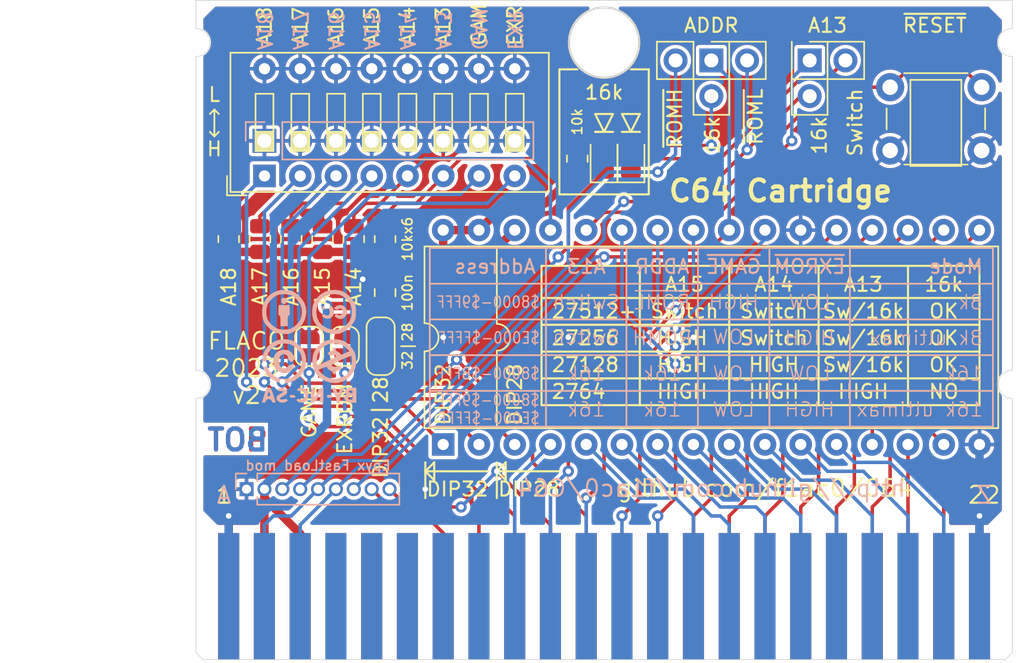
<source format=kicad_pcb>
(kicad_pcb (version 20221018) (generator pcbnew)
  (title_block (title "C64 Cartridge") (date "2023-05-30") (rev "2") (company "FLACO 2023") (comment 1 "Inspired by https://github.com/bwack/Versa64Cart"))
  (layers (0 "F.Cu" signal) (31 "B.Cu" signal) (34 "B.Paste" user) (35 "F.Paste" user) (36 "B.SilkS" user "B.Silkscreen") (37 "F.SilkS" user "F.Silkscreen") (38 "B.Mask" user) (39 "F.Mask" user) (44 "Edge.Cuts" user))
  (net 0 "")
  (net 1 "+5V")
  (net 2 "GND")
  (net 3 "/{slash}ROMH")
  (net 4 "/ADDR_16K")
  (net 5 "/{slash}ROML")
  (net 9 "/{slash}IO1")
  (net 10 "/{slash}GAME")
  (net 11 "/{slash}EXROM")
  (net 12 "/{slash}IO2")
  (net 15 "/D7")
  (net 16 "/D6")
  (net 17 "/D5")
  (net 18 "/D4")
  (net 19 "/D3")
  (net 20 "/D2")
  (net 21 "/D1")
  (net 22 "/D0")
  (net 23 "/{slash}RESET")
  (net 29 "/A12")
  (net 30 "/A11")
  (net 31 "/A10")
  (net 32 "/A9")
  (net 33 "/A8")
  (net 34 "/A7")
  (net 35 "/A6")
  (net 36 "/A5")
  (net 37 "/A4")
  (net 38 "/A3")
  (net 39 "/A2")
  (net 40 "/A1")
  (net 41 "/A0")
  (net 42 "/ROMA14")
  (net 43 "/ROMA15")
  (net 44 "/ROMA13")
  (net 45 "/{slash}OE")
  (net 46 "/ROMA17JP")
  (net 47 "/ROMA17")
  (net 48 "/ROMA18")
  (net 49 "/ROMA16")
  (net 50 "/ROMA13JP")
  (footprint "Resistor_SMD:R_0805_2012Metric" (layer "F.Cu") (at 92.3925 109.22 90)
    (fp_text reference "R1" hide)
    (fp_text value "10k")
  )
  (footprint "Package_DIP:DIP-32_W15.24mm" (layer "F.Cu") (at 96.52 123.825 90)
    (fp_text reference "U1" hide)
    (fp_text value "SST39SF040")
  )
  (footprint "Resistor_SMD:R_0805_2012Metric" (layer "F.Cu") (at 106.045 103.505 90)
    (fp_text reference "R7" hide)
    (fp_text value "10k")
  )
  (footprint "Jumper:SolderJumper-2_P1.3mm_Open_RoundedPad1.0x1.5mm" (layer "F.Cu") (at 89.535 116.84 90)
    (fp_text reference "JP1" hide)
    (fp_text value "/EXROM")
  )
  (footprint "Resistor_SMD:R_0805_2012Metric" (layer "F.Cu") (at 85.725 109.22 90)
    (fp_text reference "R4" hide)
    (fp_text value "10k")
  )
  (footprint "Jumper:SolderJumper-2_P1.3mm_Open_RoundedPad1.0x1.5mm" (layer "F.Cu") (at 86.995 116.84 90)
    (fp_text reference "JP2" hide)
    (fp_text value "/GAME")
  )
  (footprint "Diode_SMD:D_0805_2012Metric" (layer "F.Cu") (at 109.855 103.505 90)
    (fp_text reference "D1" hide)
    (fp_text value "D")
  )
  (footprint "Resistor_SMD:R_0805_2012Metric" (layer "F.Cu") (at 83.5025 109.22 90)
    (fp_text reference "R5" hide)
    (fp_text value "10k")
  )
  (footprint "Capacitor_SMD:C_0805_2012Metric" (layer "F.Cu") (at 92.3925 113.03 90)
    (fp_text reference "C1" hide)
    (fp_text value "100n")
  )
  (footprint "Button_Switch_THT:SW_PUSH_6mm" (layer "F.Cu") (at 128.27 98.425)
    (fp_text reference "SW3" hide)
    (fp_text value "RESET")
  )
  (footprint "Sassa:Jumper_4_SPTT_P2.54mm_Vertical" (layer "F.Cu") (at 115.57 96.52 -90)
    (fp_text reference "JP4" hide)
    (fp_text value "ADDR_SELECT")
  )
  (footprint "Diode_SMD:D_0805_2012Metric" (layer "F.Cu") (at 107.95 103.505 90)
    (fp_text reference "D2" hide)
    (fp_text value "D")
  )
  (footprint "Button_Switch_THT:SW_DIP_SPSTx08_Slide_9.78x22.5mm_W7.62mm_P2.54mm" (layer "F.Cu") (at 83.825 104.7325 90)
    (fp_text reference "SW1" hide)
    (fp_text value "SW_DIP_x08")
  )
  (footprint "Jumper:SolderJumper-3_P1.3mm_Open_RoundedPad1.0x1.5mm" (layer "F.Cu") (at 92.075 116.84 90)
    (fp_text reference "JP3" hide)
    (fp_text value "DIP32/28")
  )
  (footprint "Sassa:Jumper_3_SPDT_P2.54mm_Vertical" (layer "F.Cu") (at 122.555 96.52 -90)
    (fp_text reference "JP5" hide)
    (fp_text value "8/16K")
  )
  (footprint "Resistor_SMD:R_0805_2012Metric" (layer "F.Cu") (at 90.17 109.22 90)
    (fp_text reference "R2" hide)
    (fp_text value "10k")
  )
  (footprint "Resistor_SMD:R_0805_2012Metric" (layer "F.Cu") (at 81.28 109.22 90)
    (fp_text reference "R6" hide)
    (fp_text value "10k")
  )
  (footprint "Sassa:C64_Expansion_2x22_P2.54mm" (layer "F.Cu") (at 107.95 139.12 180)
    (fp_text reference "J1" hide)
    (fp_text value "C64_Expansion_port" hide)
    (fp_line (start -29 0.5) (end -29 11) (stroke (width 0.05)) (layer "Edge.Cuts"))
    (fp_line (start -28.5 0) (end -29 0.5) (stroke (width 0.05)) (layer "Edge.Cuts"))
    (fp_line (start -28.5 0) (end 28.5 0) (stroke (width 0.05)) (layer "Edge.Cuts"))
    (fp_line (start 28.5 0) (end 29 0.5) (stroke (width 0.05)) (layer "Edge.Cuts"))
    (fp_line (start 29 0.5) (end 29 11) (stroke (width 0.05)) (layer "Edge.Cuts"))
  )
  (footprint "Resistor_SMD:R_0805_2012Metric" (layer "F.Cu") (at 87.9475 109.22 90)
    (fp_text reference "R3" hide)
    (fp_text value "10k")
  )
  (footprint "Button_Switch_SMD:SW_SPST_FSMSM" (layer "F.Cu") (at 131.52 100.965 -90)
    (fp_text reference "SW2" hide)
    (fp_text value "RESET")
  )
  (footprint "Connector_PinHeader_2.54mm:PinHeader_1x08_P2.54mm_Vertical" (layer "B.Cu") (at 83.82 102.235 -90)
    (fp_text reference "J2" hide)
    (fp_text value "GND")
  )
  (footprint "Sassa:CC_BY_NC_SA_square_silkscreen" (layer "B.Cu") (at 86.995 116.84 180)
    (fp_text reference "FID1" hide)
    (fp_text value "License" hide)
  )
  (footprint "Connector_PinHeader_1.27mm:PinHeader_1x09_P1.27mm_Vertical" (layer "B.Cu") (at 82.55 127 -90)
    (fp_text reference "J3" hide)
    (fp_text value "Epyx FastLoad mod")
  )
  (gr_line (start 95.5675 109.855) (end 95.5675 122.555) (stroke (width 0.127)) (layer "B.SilkS"))
  (gr_line (start 135.5725 120.015) (end 95.5675 120.015) (stroke (width 0.127)) (layer "B.SilkS"))
  (gr_line (start 135.5725 122.555) (end 95.5675 122.555) (stroke (width 0.127)) (layer "B.SilkS"))
  (gr_line (start 135.5725 112.395) (end 95.5675 112.395) (stroke (width 0.127)) (layer "B.SilkS"))
  (gr_line (start 135.5725 114.935) (end 95.5675 114.935) (stroke (width 0.127)) (layer "B.SilkS"))
  (gr_line (start 135.5725 117.475) (end 95.5675 117.475) (stroke (width 0.127)) (layer "B.SilkS"))
  (gr_line (start 103.8225 109.855) (end 103.8225 122.555) (stroke (width 0.127)) (layer "B.SilkS"))
  (gr_line (start 135.5725 109.855) (end 135.5725 122.555) (stroke (width 0.127)) (layer "B.SilkS"))
  (gr_line (start 109.5375 109.855) (end 109.5375 122.555) (stroke (width 0.127)) (layer "B.SilkS"))
  (gr_line (start 125.4125 109.855) (end 125.4125 122.555) (stroke (width 0.127)) (layer "B.SilkS"))
  (gr_line (start 119.6975 109.855) (end 119.6975 122.555) (stroke (width 0.127)) (layer "B.SilkS"))
  (gr_line (start 135.5725 109.855) (end 95.5675 109.855) (stroke (width 0.127)) (layer "B.SilkS"))
  (gr_line (start 114.6175 109.855) (end 114.6175 122.555) (stroke (width 0.127)) (layer "B.SilkS"))
  (gr_line (start 104.775 106.045) (end 111.125 106.045) (stroke (width 0.15)) (layer "F.SilkS"))
  (gr_line (start 134.62 111.125) (end 134.62 121.031) (stroke (width 0.15)) (layer "F.SilkS"))
  (gr_line (start 103.505 111.125) (end 134.62 111.125) (stroke (width 0.15)) (layer "F.SilkS"))
  (gr_line (start 129.54 111.125) (end 129.54 121.031) (stroke (width 0.15)) (layer "F.SilkS"))
  (gr_line (start 103.505 121.031) (end 134.62 121.031) (stroke (width 0.15)) (layer "F.SilkS"))
  (gr_line (start 107.315 100.33) (end 108.585 100.33) (stroke (width 0.15)) (layer "F.SilkS"))
  (gr_line (start 103.505 119.126) (end 134.62 119.126) (stroke (width 0.15)) (layer "F.SilkS"))
  (gr_line (start 103.505 117.221) (end 134.62 117.221) (stroke (width 0.15)) (layer "F.SilkS"))
  (gr_line (start 80.264 100.0125) (end 80.5815 100.33) (stroke (width 0.127)) (layer "F.SilkS"))
  (gr_line (start 100.33 125.73) (end 100.965 125.095) (stroke (width 0.15)) (layer "F.SilkS"))
  (gr_line (start 104.775 97.155) (end 106.045 97.155) (stroke (width 0.15)) (layer "F.SilkS"))
  (gr_line (start 108.585 101.6) (end 107.315 101.6) (stroke (width 0.15)) (layer "F.SilkS"))
  (gr_line (start 79.9465 100.33) (end 80.264 100.0125) (stroke (width 0.127)) (layer "F.SilkS"))
  (gr_line (start 80.264 101.9175) (end 80.5815 101.6) (stroke (width 0.127)) (layer "F.SilkS"))
  (gr_line (start 108.585 100.33) (end 107.95 101.6) (stroke (width 0.15)) (layer "F.SilkS"))
  (gr_line (start 80.264 100.0125) (end 80.264 101.9175) (stroke (width 0.127)) (layer "F.SilkS"))
  (gr_line (start 116.84 111.125) (end 116.84 121.031) (stroke (width 0.15)) (layer "F.SilkS"))
  (gr_line (start 100.33 109.745) (end 100.33 115.2525) (stroke (width 0.12)) (layer "F.SilkS"))
  (gr_arc (start 100.33 115.2525) (mid 101.2825 116.205) (end 100.33 117.1575) (stroke (width 0.12)) (layer "F.SilkS"))
  (gr_line (start 123.19 111.125) (end 123.19 121.031) (stroke (width 0.15)) (layer "F.SilkS"))
  (gr_line (start 100.965 126.365) (end 100.965 125.095) (stroke (width 0.15)) (layer "F.SilkS"))
  (gr_line (start 100.33 125.095) (end 100.33 127.635) (stroke (width 0.15)) (layer "F.SilkS"))
  (gr_line (start 95.885 126.365) (end 95.885 125.095) (stroke (width 0.15)) (layer "F.SilkS"))
  (gr_line (start 95.25 125.73) (end 95.885 125.095) (stroke (width 0.15)) (layer "F.SilkS"))
  (gr_line (start 107.315 101.6) (end 107.95 101.6) (stroke (width 0.15)) (layer "F.SilkS"))
  (gr_line (start 79.9465 101.6) (end 80.264 101.9175) (stroke (width 0.127)) (layer "F.SilkS"))
  (gr_line (start 109.22 100.33) (end 110.49 100.33) (stroke (width 0.15)) (layer "F.SilkS"))
  (gr_line (start 104.775 106.045) (end 104.775 97.155) (stroke (width 0.15)) (layer "F.SilkS"))
  (gr_line (start 111.125 106.045) (end 111.125 97.155) (stroke (width 0.15)) (layer "F.SilkS"))
  (gr_line (start 109.855 101.6) (end 109.22 100.33) (stroke (width 0.15)) (layer "F.SilkS"))
  (gr_line (start 100.33 125.73) (end 104.775 125.73) (stroke (width 0.15)) (layer "F.SilkS"))
  (gr_line (start 110.49 111.125) (end 110.49 121.031) (stroke (width 0.15)) (layer "F.SilkS"))
  (gr_line (start 95.25 125.73) (end 99.695 125.73) (stroke (width 0.15)) (layer "F.SilkS"))
  (gr_line (start 100.33 117.1575) (end 100.33 122.665) (stroke (width 0.12)) (layer "F.SilkS"))
  (gr_line (start 110.49 100.33) (end 109.855 101.6) (stroke (width 0.15)) (layer "F.SilkS"))
  (gr_line (start 100.33 125.73) (end 100.965 126.365) (stroke (width 0.15)) (layer "F.SilkS"))
  (gr_line (start 107.315 100.33) (end 107.95 101.6) (stroke (width 0.15)) (layer "F.SilkS"))
  (gr_line (start 95.25 125.73) (end 95.885 126.365) (stroke (width 0.15)) (layer "F.SilkS"))
  (gr_line (start 103.505 111.125) (end 103.505 121.031) (stroke (width 0.15)) (layer "F.SilkS"))
  (gr_line (start 109.22 101.6) (end 110.49 101.6) (stroke (width 0.15)) (layer "F.SilkS"))
  (gr_line (start 103.505 115.316) (end 134.62 115.316) (stroke (width 0.15)) (layer "F.SilkS"))
  (gr_line (start 109.855 97.155) (end 111.125 97.155) (stroke (width 0.15)) (layer "F.SilkS"))
  (gr_line (start 95.25 125.095) (end 95.25 127.635) (stroke (width 0.15)) (layer "F.SilkS"))
  (gr_line (start 103.505 113.411) (end 134.62 113.411) (stroke (width 0.15)) (layer "F.SilkS"))
  (gr_line (start 136.95 120.55) (end 136.95 128.12) (stroke (width 0.05)) (layer "Edge.Cuts"))
  (gr_line (start 136.95 96.25) (end 136.95 118.55) (stroke (width 0.05)) (layer "Edge.Cuts"))
  (gr_line (start 78.95 94.25) (end 78.95 92.25) (stroke (width 0.05)) (layer "Edge.Cuts"))
  (gr_line (start 78.95 92.25) (end 136.95 92.25) (stroke (width 0.05)) (layer "Edge.Cuts"))
  (gr_line (start 136.95 92.25) (end 136.95 94.25) (stroke (width 0.05)) (layer "Edge.Cuts"))
  (gr_circle (center 107.95 95.25) (end 105.4735 94.9325) (stroke (width 0.15)) (fill none) (layer "Edge.Cuts"))
  (gr_arc (start 136.95 96.25) (mid 135.95 95.25) (end 136.95 94.25) (stroke (width 0.05)) (layer "Edge.Cuts"))
  (gr_line (start 78.95 118.55) (end 78.95 96.25) (stroke (width 0.05)) (layer "Edge.Cuts"))
  (gr_line (start 78.95 128.12) (end 78.95 120.55) (stroke (width 0.05)) (layer "Edge.Cuts"))
  (gr_arc (start 78.95 118.55) (mid 79.95 119.55) (end 78.95 120.55) (stroke (width 0.05)) (layer "Edge.Cuts"))
  (gr_arc (start 136.95 120.55) (mid 135.95 119.55) (end 136.95 118.55) (stroke (width 0.05)) (layer "Edge.Cuts"))
  (gr_arc (start 78.95 94.25) (mid 79.95 95.25) (end 78.95 96.25) (stroke (width 0.05)) (layer "Edge.Cuts"))
  (gr_text "TOP" (at 81.915 123.5075) (layer "F.Cu") (effects (font (size 1.5 1.5) (thickness 0.3) bold)))
  (gr_text "BOT" (at 81.915 123.5075) (layer "B.Cu") (effects (font (size 1.5 1.5) (thickness 0.3) bold) (justify mirror)))
  (gr_text "16k" (at 112.0775 121.92) (layer "B.SilkS") (effects (font (size 1 1) (thickness 0.1)) (justify bottom mirror)))
  (gr_text "$E000-$FFFF" (at 103.4415 116.713) (layer "B.SilkS") (effects (font (size 0.8 0.7) (thickness 0.1)) (justify left bottom mirror)))
  (gr_text "http://github.com/f1ac0/C64" (at 115.57 127.635) (layer "B.SilkS") (effects (font (size 1.2 1.2)) (justify bottom mirror)))
  (gr_text "8k ultimax" (at 134.9375 116.84) (layer "B.SilkS") (effects (font (size 1 1) (thickness 0.1)) (justify left bottom mirror)))
  (gr_text "A13" (at 96.52 95.885 -90) (layer "B.SilkS") (effects (font (size 1 1)) (justify left mirror)))
  (gr_text "~{EXROM}" (at 122.555 111.76) (layer "B.SilkS") (effects (font (size 1 1)) (justify bottom mirror)))
  (gr_text "8k" (at 134.9375 114.3) (layer "B.SilkS") (effects (font (size 1 1) (thickness 0.1)) (justify left bottom mirror)))
  (gr_text "16k" (at 106.68 119.38) (layer "B.SilkS") (effects (font (size 1 1) (thickness 0.1)) (justify bottom mirror)))
  (gr_text "Mode" (at 134.9375 111.76) (layer "B.SilkS") (effects (font (size 1 1)) (justify left bottom mirror)))
  (gr_text "$8000-$9FFF\n$E000-$FFFF" (at 103.4415 122.428) (layer "B.SilkS") (effects (font (size 0.8 0.7) (thickness 0.1)) (justify left bottom mirror)))
  (gr_text "Address" (at 103.1875 111.76) (layer "B.SilkS") (effects (font (size 1 1)) (justify left bottom mirror)))
  (gr_text "HIGH" (at 122.555 121.92) (layer "B.SilkS") (effects (font (size 1 1) (thickness 0.1)) (justify bottom mirror)))
  (gr_text "16k" (at 106.68 121.92) (layer "B.SilkS") (effects (font (size 1 1) (thickness 0.1)) (justify bottom mirror)))
  (gr_text "A14" (at 93.98 95.885 -90) (layer "B.SilkS") (effects (font (size 1 1)) (justify left mirror)))
  (gr_text "Switch" (at 106.68 114.3) (layer "B.SilkS") (effects (font (size 1 1) (thickness 0.1)) (justify bottom mirror)))
  (gr_text "16k" (at 112.0775 119.38) (layer "B.SilkS") (effects (font (size 1 1) (thickness 0.1)) (justify bottom mirror)))
  (gr_text "LOW" (at 117.1575 119.38) (layer "B.SilkS") (effects (font (size 1 1) (thickness 0.1)) (justify bottom mirror)))
  (gr_text "HIGH" (at 122.555 116.84) (layer "B.SilkS") (effects (font (size 1 1) (thickness 0.1)) (justify bottom mirror)))
  (gr_text "LOW" (at 122.555 114.3) (layer "B.SilkS") (effects (font (size 1 1) (thickness 0.1)) (justify bottom mirror)))
  (gr_text "LOW" (at 117.1575 121.92) (layer "B.SilkS") (effects (font (size 1 1) (thickness 0.1)) (justify bottom mirror)))
  (gr_text "GAM" (at 99.06 95.885 -90) (layer "B.SilkS") (effects (font (size 1 1)) (justify left mirror)))
  (gr_text "~{ROMH}" (at 112.0775 116.84) (layer "B.SilkS") (effects (font (size 1 1) (thickness 0.1)) (justify bottom mirror)))
  (gr_text "Epyx FastLoad mod" (at 87.63 125.73) (layer "B.SilkS") (effects (font (size 0.7 0.7) (thickness 0.12)) (justify bottom mirror)))
  (gr_text "16k ultimax" (at 134.9375 121.92) (layer "B.SilkS") (effects (font (size 1 1) (thickness 0.1)) (justify left bottom mirror)))
  (gr_text "Switch" (at 106.68 116.76625) (layer "B.SilkS") (effects (font (size 1 1) (thickness 0.1)) (justify bottom mirror)))
  (gr_text "A15" (at 91.44 95.885 -90) (layer "B.SilkS") (effects (font (size 1 1)) (justify left mirror)))
  (gr_text "LOW" (at 117.1575 116.76625) (layer "B.SilkS") (effects (font (size 1 1) (thickness 0.1)) (justify bottom mirror)))
  (gr_text "16k" (at 134.9375 119.38) (layer "B.SilkS") (effects (font (size 1 1) (thickness 0.1)) (justify left bottom mirror)))
  (gr_text "LOW" (at 122.555 119.38) (layer "B.SilkS") (effects (font (size 1 1) (thickness 0.1)) (justify bottom mirror)))
  (gr_text "A16" (at 88.9 95.885 -90) (layer "B.SilkS") (effects (font (size 1 1)) (justify left mirror)))
  (gr_text "A17" (at 86.36 95.885 -90) (layer "B.SilkS") (effects (font (size 1 1)) (justify left mirror)))
  (gr_text "~{ROML}" (at 112.0775 114.3) (layer "B.SilkS") (effects (font (size 1 1) (thickness 0.1)) (justify bottom mirror)))
  (gr_text "A18" (at 83.82 95.885 -90) (layer "B.SilkS") (effects (font (size 1 1)) (justify left mirror)))
  (gr_text "HIGH" (at 117.1575 114.3) (layer "B.SilkS") (effects (font (size 1 1) (thickness 0.1)) (justify bottom mirror)))
  (gr_text "$8000-$BFFF" (at 103.4415 119.253) (layer "B.SilkS") (effects (font (size 0.8 0.7) (thickness 0.1)) (justify left bottom mirror)))
  (gr_text "EXR" (at 101.6 95.885 -90) (layer "B.SilkS") (effects (font (size 1 1)) (justify left mirror)))
  (gr_text "ADDR" (at 112.0775 111.76) (layer "B.SilkS") (effects (font (size 1 1)) (justify bottom mirror)))
  (gr_text "~{GAME}" (at 117.1575 111.76) (layer "B.SilkS") (effects (font (size 1 1)) (justify bottom mirror)))
  (gr_text "A13" (at 106.68 111.76) (layer "B.SilkS") (effects (font (size 1 1)) (justify bottom mirror)))
  (gr_text "$8000-$9FFF" (at 103.4415 114.173) (layer "B.SilkS") (effects (font (size 0.8 0.7) (thickness 0.1)) (justify left bottom mirror)))
  (gr_text "A13" (at 126.365 113.03) (layer "F.SilkS") (effects (font (size 1 1)) (justify bottom)))
  (gr_text "A14" (at 90.17 111.125 90) (layer "F.SilkS") (effects (font (size 1 1)) (justify right)))
  (gr_text "Sw/16k" (at 126.365 114.935) (layer "F.SilkS") (effects (font (size 1 1)) (justify bottom)))
  (gr_text "C64 Cartridge" (at 112.395 106.68) (layer "F.SilkS") (effects (font (size 1.5 1.5) (thickness 0.3) bold) (justify left bottom)))
  (gr_text "27128" (at 104.14 118.745) (layer "F.SilkS") (effects (font (size 1 1)) (justify left bottom)))
  (gr_text "A15" (at 91.44 95.5675 90) (layer "F.SilkS") (effects (font (size 1 1)) (justify left)))
  (gr_text "32|28" (at 93.98 116.84 90) (layer "F.SilkS") (effects (font (size 0.7 0.7) (thickness 0.12) bold)))
  (gr_text "H" (at 80.264 102.235) (layer "F.SilkS") (effects (font (size 1 1)) (justify top)))
  (gr_text "EXR" (at 101.6 95.5675 90) (layer "F.SilkS") (effects (font (size 1 1)) (justify left)))
  (gr_text "16k" (at 132.08 113.03) (layer "F.SilkS") (effects (font (size 1 1)) (justify bottom)))
  (gr_text "Switch" (at 120.015 114.935) (layer "F.SilkS") (effects (font (size 1 1)) (justify bottom)))
  (gr_text "Switch" (at 113.665 114.935) (layer "F.SilkS") (effects (font (size 1 1)) (justify bottom)))
  (gr_text "HIGH" (at 113.502856 118.745) (layer "F.SilkS") (effects (font (size 1 1)) (justify bottom)))
  (gr_text "Switch" (at 126.365 98.425 90) (layer "F.SilkS") (effects (font (size 1 1)) (justify right bottom)))
  (gr_text "DIP32" (at 95.25 127) (layer "F.SilkS") (effects (font (size 1 1)) (justify left)))
  (gr_text "DIP28" (at 101.6 122.555 90) (layer "F.SilkS") (effects (font (size 1 1)) (justify left)))
  (gr_text "~{RESET}" (at 131.445 94.615) (layer "F.SilkS") (effects (font (size 1 1)) (justify bottom)))
  (gr_text "HIGH" (at 126.365 120.65) (layer "F.SilkS") (effects (font (size 1 1)) (justify bottom)))
  (gr_text "HIGH" (at 120.015 118.745) (layer "F.SilkS") (effects (font (size 1 1)) (justify bottom)))
  (gr_text "A15" (at 87.9475 111.125 90) (layer "F.SilkS") (effects (font (size 1 1)) (justify right)))
  (gr_text "27512+" (at 104.14 114.935) (layer "F.SilkS") (effects (font (size 1 1)) (justify left bottom)))
  (gr_text "A17" (at 86.36 95.5675 90) (layer "F.SilkS") (effects (font (size 1 1)) (justify left)))
  (gr_text "OK" (at 132.08 118.745) (layer "F.SilkS") (effects (font (size 1 1)) (justify bottom)))
  (gr_text "A13" (at 123.825 94.615) (layer "F.SilkS") (effects (font (size 1 1)) (justify bottom)))
  (gr_text "2764" (at 104.14 120.65) (layer "F.SilkS") (effects (font (size 1 1)) (justify left bottom)))
  (gr_text "A18" (at 83.82 95.5675 90) (layer "F.SilkS") (effects (font (size 1 1)) (justify left)))
  (gr_text "GAM" (at 99.06 95.5675 90) (layer "F.SilkS") (effects (font (size 1 1)) (justify left)))
  (gr_text "Sw/16k" (at 126.365 118.745) (layer "F.SilkS") (effects (font (size 1 1)) (justify bottom)))
  (gr_text "A15" (at 113.665 113.03) (layer "F.SilkS") (effects (font (size 1 1)) (justify bottom)))
  (gr_text "16k" (at 107.95 99.3775) (layer "F.SilkS") (effects (font (size 1 1)) (justify bottom)))
  (gr_text "27256" (at 104.14 116.84) (layer "F.SilkS") (effects (font (size 1 1)) (justify left bottom)))
  (gr_text "HIGH" (at 113.502856 116.84) (layer "F.SilkS") (effects (font (size 1 1)) (justify bottom)))
  (gr_text "~{ROML}" (at 118.11 98.425 90) (layer "F.SilkS") (effects (font (size 1 1)) (justify right top)))
  (gr_text "Switch" (at 120.015 116.84) (layer "F.SilkS") (effects (font (size 1 1)) (justify bottom)))
  (gr_text "Sw/16k" (at 126.365 116.84) (layer "F.SilkS") (effects (font (size 1 1)) (justify bottom)))
  (gr_text "A17" (at 83.5025 111.125 90) (layer "F.SilkS") (effects (font (size 1 1)) (justify right)))
  (gr_text "HIGH" (at 113.502856 120.65) (layer "F.SilkS") (effects (font (size 1 1)) (justify bottom)))
  (gr_text "FLACO\n2023\nv2" (at 82.55 121.031) (layer "F.SilkS") (effects (font (size 1.2 1.2)) (justify bottom)))
  (gr_text "DIP32|28" (at 92.075 118.89 90) (layer "F.SilkS") (effects (font (size 1 1)) (justify right)))
  (gr_text "A14" (at 120.015 113.03) (layer "F.SilkS") (effects (font (size 1 1)) (justify bottom)))
  (gr_text "100n" (at 93.98 113.03 90) (layer "F.SilkS") (effects (font (size 0.7 0.7) (thickness 0.12) bold)))
  (gr_text "A16" (at 88.9 95.5675 90) (layer "F.SilkS") (effects (font (size 1 1)) (justify left)))
  (gr_text "A14" (at 93.98 95.5675 90) (layer "F.SilkS") (effects (font (size 1 1)) (justify left)))
  (gr_text "10k" (at 106.045 101.9175 90) (layer "F.SilkS") (effects (font (size 0.7 0.7) (thickness 0.12) bold) (justify left)))
  (gr_text "NO" (at 132.08 120.65) (layer "F.SilkS") (effects (font (size 1 1)) (justify bottom)))
  (gr_text "GAME" (at 86.995 119.38 90) (layer "F.SilkS") (effects (font (size 1 1)) (justify right)))
  (gr_text "github.com/f1ac0/C64" (at 119.38 127.635) (layer "F.SilkS") (effects (font (size 1.2 1.2)) (justify bottom)))
  (gr_text "~{ROMH}" (at 112.395 98.425 90) (layer "F.SilkS") (effects (font (size 1 1)) (justify right top)))
  (gr_text "A13" (at 96.52 95.5675 90) (layer "F.SilkS") (effects (font (size 1 1)) (justify left)))
  (gr_text "16k" (at 115.062 100.39 90) (layer "F.SilkS") (effects (font (size 1 1)) (justify right top)))
  (gr_text "L" (at 80.264 99.53625) (layer "F.SilkS") (effects (font (size 1 1)) (justify bottom)))
  (gr_text "OK" (at 132.08 114.935) (layer "F.SilkS") (effects (font (size 1 1)) (justify bottom)))
  (gr_text "10kx6" (at 93.98 109.22 90) (layer "F.SilkS") (effects (font (size 0.7 0.7) (thickness 0.12) bold)))
  (gr_text "DIP32" (at 96.52 122.555 90) (layer "F.SilkS") (effects (font (size 1 1)) (justify left)))
  (gr_text "HIGH" (at 120.015 120.65) (layer "F.SilkS") (effects (font (size 1 1)) (justify bottom)))
  (gr_text "OK" (at 132.08 116.84) (layer "F.SilkS") (effects (font (size 1 1)) (justify bottom)))
  (gr_text "DIP28" (at 100.33 127) (layer "F.SilkS") (effects (font (size 1 1)) (justify left)))
  (gr_text "ADDR" (at 115.57 94.615) (layer "F.SilkS") (effects (font (size 1 1)) (justify bottom)))
  (gr_text "A18" (at 81.28 111.125 90) (layer "F.SilkS") (effects (font (size 1 1)) (justify right)))
  (gr_text "A16" (at 85.725 111.125 90) (layer "F.SilkS") (effects (font (size 1 1)) (justify right)))
  (gr_text "16k" (at 123.825 100.39 90) (layer "F.SilkS") (effects (font (size 1 1)) (justify right bottom)))
  (gr_text "EXROM" (at 89.535 119.38 90) (layer "F.SilkS") (effects (font (size 1 1)) (justify right)))
  (segment (start 92.075 114.2975) (end 92.075 115.54) (width 0.6) (layer "F.Cu") (net 1))
  (segment (start 88.265 113.98) (end 92.3925 113.98) (width 0.6) (layer "F.Cu") (net 1))
  (segment (start 96.52 111.125) (end 96.52 108.585) (width 0.6) (layer "F.Cu") (net 1))
  (segment (start 96.52 108.585) (end 99.06 108.585) (width 0.6) (layer "F.Cu") (net 1))
  (segment (start 83.82 128.27) (end 83.82 127) (width 0.6) (layer "F.Cu") (net 1))
  (segment (start 93.665 113.98) (end 96.52 111.125) (width 0.6) (layer "F.Cu") (net 1))
  (segment (start 106.045 104.4175) (end 103.7825 106.68) (width 0.6) (layer "F.Cu") (net 1))
  (segment (start 86.36 130.175) (end 83.82 127.635) (width 0.6) (layer "F.Cu") (net 1))
  (segment (start 81.28 110.1325) (end 96.1625 110.1325) (width 0.6) (layer "F.Cu") (net 1))
  (segment (start 100.965 106.68) (end 99.06 108.585) (width 0.6) (layer "F.Cu") (net 1))
  (segment (start 86.36 134.62) (end 86.36 130.175) (width 0.6) (layer "F.Cu") (net 1))
  (segment (start 96.1625 110.1325) (end 96.52 110.49) (width 0.6) (layer "F.Cu") (net 1))
  (segment (start 83.82 128.27) (end 83.82 134.62) (width 0.6) (layer "F.Cu") (net 1))
  (segment (start 92.3925 113.98) (end 92.075 114.2975) (width 0.6) (layer "F.Cu") (net 1))
  (segment (start 103.7825 106.68) (end 100.965 106.68) (width 0.6) (layer "F.Cu") (net 1))
  (segment (start 92.3925 113.98) (end 93.665 113.98) (width 0.6) (layer "F.Cu") (net 1))
  (via (at 88.265 113.98) (size 0.8) (drill 0.4) (layers "F.Cu" "B.Cu") (net 1))
  (segment (start 88.265 122.301) (end 83.82 126.746) (width 0.6) (layer "B.Cu") (net 1))
  (segment (start 83.82 126.746) (end 83.82 127) (width 0.6) (layer "B.Cu") (net 1))
  (segment (start 88.265 113.98) (end 88.265 122.301) (width 0.6) (layer "B.Cu") (net 1))
  (segment (start 134.62 134.65) (end 134.62 128.905) (width 0.6) (layer "F.Cu") (net 2))
  (segment (start 81.28 134.62) (end 81.28 128.905) (width 0.6) (layer "F.Cu") (net 2))
  (via (at 95.25 127) (size 0.8) (drill 0.4) (layers "F.Cu" "B.Cu") (net 2))
  (via (at 105.41 116.205) (size 0.8) (drill 0.4) (layers "F.Cu" "B.Cu") (net 2))
  (via (at 90.805 112.0775) (size 0.8) (drill 0.4) (layers "F.Cu" "B.Cu") (net 2))
  (via (at 134.62 128.905) (size 0.8) (drill 0.4) (layers "F.Cu" "B.Cu") (net 2))
  (via (at 114.3 116.205) (size 0.8) (drill 0.4) (layers "F.Cu" "B.Cu") (net 2))
  (via (at 96.52 116.205) (size 0.8) (drill 0.4) (layers "F.Cu" "B.Cu") (net 2))
  (via (at 81.28 128.905) (size 0.8) (drill 0.4) (layers "F.Cu" "B.Cu") (net 2))
  (segment (start 134.62 123.825) (end 134.62 128.905) (width 0.6) (layer "B.Cu") (net 2))
  (segment (start 134.62 134.65) (end 134.62 128.905) (width 0.6) (layer "B.Cu") (net 2))
  (segment (start 81.28 134.65) (end 81.28 128.905) (width 0.6) (layer "B.Cu") (net 2))
  (segment (start 111.76 104.4575) (end 109.87 104.4575) (width 0.25) (layer "F.Cu") (net 3))
  (segment (start 109.87 104.4575) (end 109.855 104.4425) (width 0.25) (layer "F.Cu") (net 3))
  (via (at 111.76 104.4575) (size 0.8) (drill 0.4) (layers "F.Cu" "B.Cu") (net 3))
  (segment (start 89.6565 124.9735) (end 85.725 128.905) (width 0.25) (layer "B.Cu") (net 3))
  (segment (start 105.41 107.315) (end 105.41 111.124302) (width 0.25) (layer "B.Cu") (net 3))
  (segment (start 105.41 111.124302) (end 91.560802 124.9735) (width 0.25) (layer "B.Cu") (net 3))
  (segment (start 113.03 103.1875) (end 113.03 96.52) (width 0.25) (layer "B.Cu") (net 3))
  (segment (start 84.455 128.905) (end 83.82 129.54) (width 0.25) (layer "B.Cu") (net 3))
  (segment (start 83.82 129.54) (end 83.82 134.62) (width 0.25) (layer "B.Cu") (net 3))
  (segment (start 91.560802 124.9735) (end 89.6565 124.9735) (width 0.25) (layer "B.Cu") (net 3))
  (segment (start 111.76 104.4575) (end 108.2675 104.4575) (width 0.25) (layer "B.Cu") (net 3))
  (segment (start 108.2675 104.4575) (end 105.41 107.315) (width 0.25) (layer "B.Cu") (net 3))
  (segment (start 85.725 128.905) (end 84.455 128.905) (width 0.25) (layer "B.Cu") (net 3))
  (segment (start 111.76 104.4575) (end 113.03 103.1875) (width 0.25) (layer "B.Cu") (net 3))
  (segment (start 106.045 102.5925) (end 106.07 102.5675) (width 0.25) (layer "F.Cu") (net 4))
  (segment (start 115.57 102.5675) (end 109.855 102.5675) (width 0.25) (layer "F.Cu") (net 4))
  (segment (start 106.07 102.5675) (end 109.855 102.5675) (width 0.25) (layer "F.Cu") (net 4))
  (via (at 115.57 102.5675) (size 0.8) (drill 0.4) (layers "F.Cu" "B.Cu") (net 4))
  (segment (start 115.57 102.5675) (end 115.57 99.06) (width 0.25) (layer "B.Cu") (net 4))
  (segment (start 109.097 105.5895) (end 107.95 104.4425) (width 0.25) (layer "F.Cu") (net 5))
  (segment (start 105.41 106.9825) (end 107.95 104.4425) (width 0.25) (layer "F.Cu") (net 5))
  (segment (start 97.4725 117.7925) (end 102.87 123.19) (width 0.25) (layer "F.Cu") (net 5))
  (segment (start 102.87 125.095) (end 106.68 128.905) (width 0.25) (layer "F.Cu") (net 5))
  (segment (start 118.11 102.87) (end 115.3905 105.5895) (width 0.25) (layer "F.Cu") (net 5))
  (segment (start 106.68 128.905) (end 106.68 134.65) (width 0.25) (layer "F.Cu") (net 5))
  (segment (start 104.6855 110.49) (end 105.41 109.7655) (width 0.25) (layer "F.Cu") (net 5))
  (segment (start 118.11 102.87) (end 121.92 99.06) (width 0.25) (layer "F.Cu") (net 5))
  (segment (start 121.92 99.06) (end 122.555 99.06) (width 0.25) (layer "F.Cu") (net 5))
  (segment (start 102.87 123.19) (end 102.87 125.095) (width 0.25) (layer "F.Cu") (net 5))
  (segment (start 115.3905 105.5895) (end 109.097 105.5895) (width 0.25) (layer "F.Cu") (net 5))
  (segment (start 105.41 109.7655) (end 105.41 106.9825) (width 0.25) (layer "F.Cu") (net 5))
  (via (at 118.11 102.87) (size 0.8) (drill 0.4) (layers "F.Cu" "B.Cu") (net 5))
  (via (at 104.6855 110.49) (size 0.8) (drill 0.4) (layers "F.Cu" "B.Cu") (net 5))
  (via (at 97.4725 117.7925) (size 0.8) (drill 0.4) (layers "F.Cu" "B.Cu") (net 5))
  (segment (start 88.8365 124.5235) (end 86.36 127) (width 0.25) (layer "B.Cu") (net 5))
  (segment (start 97.4725 117.7925) (end 90.7415 124.5235) (width 0.25) (layer "B.Cu") (net 5))
  (segment (start 118.11 102.87) (end 118.11 96.52) (width 0.25) (layer "B.Cu") (net 5))
  (segment (start 90.7415 124.5235) (end 88.8365 124.5235) (width 0.25) (layer "B.Cu") (net 5))
  (segment (start 104.6855 110.5795) (end 104.6855 110.49) (width 0.25) (layer "B.Cu") (net 5))
  (segment (start 97.4725 117.7925) (end 104.6855 110.5795) (width 0.25) (layer "B.Cu") (net 5))
  (segment (start 95.305 128.905) (end 93.345 128.905) (width 0.25) (layer "F.Cu") (net 9))
  (segment (start 96.52 130.12) (end 95.305 128.905) (width 0.25) (layer "F.Cu") (net 9))
  (segment (start 93.345 128.905) (end 91.44 127) (width 0.25) (layer "F.Cu") (net 9))
  (segment (start 96.52 134.62) (end 96.52 130.12) (width 0.25) (layer "F.Cu") (net 9))
  (segment (start 86.995 118.745) (end 86.995 117.49) (width 0.25) (layer "F.Cu") (net 10))
  (segment (start 87.63 122.555) (end 92.202 122.555) (width 0.25) (layer "F.Cu") (net 10))
  (segment (start 97.536 125.73) (end 99.06 127.254) (width 0.25) (layer "F.Cu") (net 10))
  (segment (start 86.995 121.92) (end 87.63 122.555) (width 0.25) (layer "F.Cu") (net 10))
  (segment (start 95.377 125.73) (end 97.536 125.73) (width 0.25) (layer "F.Cu") (net 10))
  (segment (start 92.202 122.555) (end 95.377 125.73) (width 0.25) (layer "F.Cu") (net 10))
  (segment (start 99.06 127.254) (end 99.06 134.65) (width 0.25) (layer "F.Cu") (net 10))
  (via (at 86.995 118.745) (size 0.8) (drill 0.4) (layers "F.Cu" "B.Cu") (net 10))
  (via (at 86.995 121.92) (size 0.8) (drill 0.4) (layers "F.Cu" "B.Cu") (net 10))
  (segment (start 97.7525 106.045) (end 99.065 104.7325) (width 0.25) (layer "B.Cu") (net 10))
  (segment (start 86.995 110.49) (end 91.44 106.045) (width 0.25) (layer "B.Cu") (net 10))
  (segment (start 86.995 121.92) (end 86.995 110.49) (width 0.25) (layer "B.Cu") (net 10))
  (segment (start 91.44 106.045) (end 97.7525 106.045) (width 0.25) (layer "B.Cu") (net 10))
  (segment (start 89.535 121.8305) (end 92.303 121.8305) (width 0.25) (layer "F.Cu") (net 11))
  (segment (start 97.79 125.095) (end 101.6 128.905) (width 0.25) (layer "F.Cu") (net 11))
  (segment (start 95.5675 125.095) (end 97.79 125.095) (width 0.25) (layer "F.Cu") (net 11))
  (segment (start 101.6 128.905) (end 101.6 134.65) (width 0.25) (layer "F.Cu") (net 11))
  (segment (start 89.535 118.745) (end 89.535 117.49) (width 0.25) (layer "F.Cu") (net 11))
  (segment (start 92.303 121.8305) (end 95.5675 125.095) (width 0.25) (layer "F.Cu") (net 11))
  (via (at 89.535 121.8305) (size 0.8) (drill 0.4) (layers "F.Cu" "B.Cu") (net 11))
  (via (at 89.535 118.745) (size 0.8) (drill 0.4) (layers "F.Cu" "B.Cu") (net 11))
  (segment (start 89.535 121.8305) (end 89.535 109.22) (width 0.25) (layer "B.Cu") (net 11))
  (segment (start 89.535 122.555) (end 85.09 127) (width 0.25) (layer "B.Cu") (net 11))
  (segment (start 89.535 121.8305) (end 89.535 122.555) (width 0.25) (layer "B.Cu") (net 11))
  (segment (start 99.6575 106.68) (end 101.605 104.7325) (width 0.25) (layer "B.Cu") (net 11))
  (segment (start 89.535 109.22) (end 92.075 106.68) (width 0.25) (layer "B.Cu") (net 11))
  (segment (start 92.075 106.68) (end 99.6575 106.68) (width 0.25) (layer "B.Cu") (net 11))
  (segment (start 100.33 125.73) (end 104.14 129.54) (width 0.25) (layer "F.Cu") (net 12))
  (segment (start 93.98 128.27) (end 97.79 128.27) (width 0.25) (layer "F.Cu") (net 12))
  (segment (start 104.14 129.54) (end 104.14 134.62) (width 0.25) (layer "F.Cu") (net 12))
  (segment (start 92.71 127) (end 93.98 128.27) (width 0.25) (layer "F.Cu") (net 12))
  (via (at 100.33 125.73) (size 0.8) (drill 0.4) (layers "F.Cu" "B.Cu") (net 12))
  (via (at 97.79 128.27) (size 0.8) (drill 0.4) (layers "F.Cu" "B.Cu") (net 12))
  (segment (start 97.79 128.27) (end 100.33 125.73) (width 0.25) (layer "B.Cu") (net 12))
  (segment (start 114.3 134.65) (end 114.3 128.905) (width 0.25) (layer "F.Cu") (net 15))
  (segment (start 115.57 127.635) (end 115.57 117.475) (width 0.25) (layer "F.Cu") (net 15))
  (segment (start 115.57 117.475) (end 124.46 108.585) (width 0.25) (layer "F.Cu") (net 15))
  (segment (start 114.3 128.905) (end 115.57 127.635) (width 0.25) (layer "F.Cu") (net 15))
  (segment (start 116.84 128.908291) (end 116.84 134.65) (width 0.25) (layer "F.Cu") (net 16))
  (segment (start 118.11 127.638291) (end 116.84 128.908291) (width 0.25) (layer "F.Cu") (net 16))
  (segment (start 127 108.585) (end 118.11 117.475) (width 0.25) (layer "F.Cu") (net 16))
  (segment (start 118.11 125.73) (end 118.11 127.638291) (width 0.25) (layer "F.Cu") (net 16))
  (segment (start 118.11 117.475) (end 118.11 125.73) (width 0.25) (layer "F.Cu") (net 16))
  (segment (start 120.65 117.475) (end 120.65 125.095) (width 0.25) (layer "F.Cu") (net 17))
  (segment (start 120.65 125.095) (end 120.65 127.635) (width 0.25) (layer "F.Cu") (net 17))
  (segment (start 120.65 127.635) (end 119.38 128.905) (width 0.25) (layer "F.Cu") (net 17))
  (segment (start 119.38 128.905) (end 119.38 134.65) (width 0.25) (layer "F.Cu") (net 17))
  (segment (start 129.54 108.585) (end 120.65 117.475) (width 0.25) (layer "F.Cu") (net 17))
  (segment (start 121.92 128.27) (end 123.19 127) (width 0.25) (layer "F.Cu") (net 18))
  (segment (start 123.19 127) (end 123.19 117.475) (width 0.25) (layer "F.Cu") (net 18))
  (segment (start 123.19 117.475) (end 132.08 108.585) (width 0.25) (layer "F.Cu") (net 18))
  (segment (start 121.92 134.65) (end 121.92 128.27) (width 0.25) (layer "F.Cu") (net 18))
  (segment (start 125.73 127) (end 124.46 128.27) (width 0.25) (layer "F.Cu") (net 19))
  (segment (start 124.46 128.27) (end 124.46 134.65) (width 0.25) (layer "F.Cu") (net 19))
  (segment (start 125.73 117.475) (end 125.73 127) (width 0.25) (layer "F.Cu") (net 19))
  (segment (start 134.62 108.585) (end 125.73 117.475) (width 0.25) (layer "F.Cu") (net 19))
  (segment (start 128.27 123.19) (end 128.27 127) (width 0.25) (layer "F.Cu") (net 20))
  (segment (start 128.27 127) (end 127 128.27) (width 0.25) (layer "F.Cu") (net 20))
  (segment (start 132.08 123.825) (end 130.81 122.555) (width 0.25) (layer "F.Cu") (net 20))
  (segment (start 130.81 122.555) (end 128.905 122.555) (width 0.25) (layer "F.Cu") (net 20))
  (segment (start 127 128.27) (end 127 134.65) (width 0.25) (layer "F.Cu") (net 20))
  (segment (start 128.905 122.555) (end 128.27 123.19) (width 0.25) (layer "F.Cu") (net 20))
  (segment (start 129.54 134.65) (end 129.54 123.825) (width 0.25) (layer "F.Cu") (net 21))
  (segment (start 132.08 128.27) (end 133.35 127) (width 0.25) (layer "F.Cu") (net 22))
  (segment (start 132.265499 122.105499) (end 127.588131 122.105499) (width 0.25) (layer "F.Cu") (net 22))
  (segment (start 133.35 127) (end 133.35 123.19) (width 0.25) (layer "F.Cu") (net 22))
  (segment (start 127 122.69363) (end 127 123.825) (width 0.25) (layer "F.Cu") (net 22))
  (segment (start 127.588131 122.105499) (end 127 122.69363) (width 0.25) (layer "F.Cu") (net 22))
  (segment (start 132.08 134.65) (end 132.08 128.27) (width 0.25) (layer "F.Cu") (net 22))
  (segment (start 133.35 123.19) (end 132.265499 122.105499) (width 0.25) (layer "F.Cu") (net 22))
  (segment (start 121.92 100.33) (end 123.19 100.33) (width 0.25) (layer "F.Cu") (net 23))
  (segment (start 132.72 96.375) (end 130.32 96.375) (width 0.25) (layer "F.Cu") (net 23))
  (segment (start 109.347 106.553) (end 115.697 106.553) (width 0.25) (layer "F.Cu") (net 23))
  (segment (start 130.32 96.375) (end 128.27 98.425) (width 0.25) (layer "F.Cu") (net 23))
  (segment (start 125.095 98.425) (end 128.27 98.425) (width 0.25) (layer "F.Cu") (net 23))
  (segment (start 134.77 98.425) (end 132.72 96.375) (width 0.25) (layer "F.Cu") (net 23))
  (segment (start 115.697 106.553) (end 121.92 100.33) (width 0.25) (layer "F.Cu") (net 23))
  (segment (start 123.19 100.33) (end 125.095 98.425) (width 0.25) (layer "F.Cu") (net 23))
  (via (at 109.347 106.553) (size 0.8) (drill 0.4) (layers "F.Cu" "B.Cu") (net 23))
  (segment (start 107.95 109.22) (end 91.694 125.476) (width 0.25) (layer "B.Cu") (net 23))
  (segment (start 109.347 106.553) (end 107.95 107.95) (width 0.25) (layer "B.Cu") (net 23))
  (segment (start 86.36 129.54) (end 86.36 134.65) (width 0.25) (layer "B.Cu") (net 23))
  (segment (start 90.424 125.476) (end 86.36 129.54) (width 0.25) (layer "B.Cu") (net 23))
  (segment (start 107.95 107.95) (end 107.95 109.22) (width 0.25) (layer "B.Cu") (net 23))
  (segment (start 91.694 125.476) (end 90.424 125.476) (width 0.25) (layer "B.Cu") (net 23))
  (segment (start 101.6 134.65) (end 101.6 126.365) (width 0.25) (layer "B.Cu") (net 29))
  (segment (start 101.6 126.365) (end 104.14 123.825) (width 0.25) (layer "B.Cu") (net 29))
  (segment (start 105.41 121.92) (end 113.03 114.3) (width 0.25) (layer "F.Cu") (net 30))
  (segment (start 105.41 125.73) (end 105.41 121.92) (width 0.25) (layer "F.Cu") (net 30))
  (via (at 113.03 114.3) (size 0.8) (drill 0.4) (layers "F.Cu" "B.Cu") (net 30))
  (via (at 105.41 125.73) (size 0.8) (drill 0.4) (layers "F.Cu" "B.Cu") (net 30))
  (segment (start 114.3 113.03) (end 113.03 114.3) (width 0.25) (layer "B.Cu") (net 30))
  (segment (start 104.14 127) (end 104.14 134.62) (width 0.25) (layer "B.Cu") (net 30))
  (segment (start 114.3 108.585) (end 114.3 113.03) (width 0.25) (layer "B.Cu") (net 30))
  (segment (start 105.41 125.73) (end 104.14 127) (width 0.25) (layer "B.Cu") (net 30))
  (segment (start 107.95 126.365) (end 107.95 125.73) (width 0.25) (layer "F.Cu") (net 31))
  (segment (start 106.68 127.635) (end 107.95 126.365) (width 0.25) (layer "F.Cu") (net 31))
  (segment (start 107.95 125.73) (end 107.95 120.65) (width 0.25) (layer "F.Cu") (net 31))
  (segment (start 107.95 120.65) (end 113.03 115.57) (width 0.25) (layer "F.Cu") (net 31))
  (via (at 106.68 127.635) (size 0.8) (drill 0.4) (layers "F.Cu" "B.Cu") (net 31))
  (via (at 113.03 115.57) (size 0.8) (drill 0.4) (layers "F.Cu" "B.Cu") (net 31))
  (segment (start 119.38 108.585) (end 119.38 109.22) (width 0.25) (layer "B.Cu") (net 31))
  (segment (start 119.38 109.22) (end 113.03 115.57) (width 0.25) (layer "B.Cu") (net 31))
  (segment (start 106.68 134.65) (end 106.68 127.635) (width 0.25) (layer "B.Cu") (net 31))
  (segment (start 110.49 119.38) (end 113.03 116.84) (width 0.25) (layer "F.Cu") (net 32))
  (segment (start 110.49 127.635) (end 110.49 127) (width 0.25) (layer "F.Cu") (net 32))
  (segment (start 109.22 128.905) (end 110.49 127.635) (width 0.25) (layer "F.Cu") (net 32))
  (segment (start 110.49 127) (end 110.49 119.38) (width 0.25) (layer "F.Cu") (net 32))
  (via (at 113.03 116.84) (size 0.8) (drill 0.4) (layers "F.Cu" "B.Cu") (net 32))
  (via (at 109.22 128.905) (size 0.8) (drill 0.4) (layers "F.Cu" "B.Cu") (net 32))
  (segment (start 109.22 134.65) (end 109.22 128.905) (width 0.25) (layer "B.Cu") (net 32))
  (segment (start 111.76 108.585) (end 111.76 115.57) (width 0.25) (layer "B.Cu") (net 32))
  (segment (start 111.76 115.57) (end 113.03 116.84) (width 0.25) (layer "B.Cu") (net 32))
  (segment (start 111.76 128.905) (end 113.03 127.635) (width 0.25) (layer "F.Cu") (net 33))
  (segment (start 113.03 127.635) (end 113.03 118.11) (width 0.25) (layer "F.Cu") (net 33))
  (via (at 111.76 128.905) (size 0.8) (drill 0.4) (layers "F.Cu" "B.Cu") (net 33))
  (via (at 113.03 118.11) (size 0.8) (drill 0.4) (layers "F.Cu" "B.Cu") (net 33))
  (segment (start 111.76 128.905) (end 111.76 134.62) (width 0.25) (layer "B.Cu") (net 33))
  (segment (start 109.22 114.3) (end 113.03 118.11) (width 0.25) (layer "B.Cu") (net 33))
  (segment (start 109.22 108.585) (end 109.22 114.3) (width 0.25) (layer "B.Cu") (net 33))
  (segment (start 110.49 127.635) (end 106.68 123.825) (width 0.25) (layer "B.Cu") (net 34))
  (segment (start 113.03 127.635) (end 110.49 127.635) (width 0.25) (layer "B.Cu") (net 34))
  (segment (start 114.3 134.62) (end 114.3 128.905) (width 0.25) (layer "B.Cu") (net 34))
  (segment (start 114.3 128.905) (end 113.03 127.635) (width 0.25) (layer "B.Cu") (net 34))
  (segment (start 116.84 129.54) (end 116.84 134.65) (width 0.25) (layer "B.Cu") (net 35))
  (segment (start 109.22 123.825) (end 112.395 127) (width 0.25) (layer "B.Cu") (net 35))
  (segment (start 113.665 127) (end 115.57 128.905) (width 0.25) (layer "B.Cu") (net 35))
  (segment (start 116.205 128.905) (end 116.84 129.54) (width 0.25) (layer "B.Cu") (net 35))
  (segment (start 115.57 128.905) (end 116.205 128.905) (width 0.25) (layer "B.Cu") (net 35))
  (segment (start 112.395 127) (end 113.665 127) (width 0.25) (layer "B.Cu") (net 35))
  (segment (start 116.205 128.27) (end 111.76 123.825) (width 0.25) (layer "B.Cu") (net 36))
  (segment (start 118.745 128.27) (end 116.205 128.27) (width 0.25) (layer "B.Cu") (net 36))
  (segment (start 119.38 128.905) (end 118.745 128.27) (width 0.25) (layer "B.Cu") (net 36))
  (segment (start 119.38 134.65) (end 119.38 128.905) (width 0.25) (layer "B.Cu") (net 36))
  (segment (start 121.92 128.905) (end 120.65 127.635) (width 0.25) (layer "B.Cu") (net 37))
  (segment (start 121.92 134.65) (end 121.92 128.905) (width 0.25) (layer "B.Cu") (net 37))
  (segment (start 120.65 127.635) (end 118.11 127.635) (width 0.25) (layer "B.Cu") (net 37))
  (segment (start 118.11 127.635) (end 114.3 123.825) (width 0.25) (layer "B.Cu") (net 37))
  (segment (start 122.555 127) (end 120.015 127) (width 0.25) (layer "B.Cu") (net 38))
  (segment (start 124.46 134.65) (end 124.46 128.905) (width 0.25) (layer "B.Cu") (net 38))
  (segment (start 124.46 128.905) (end 122.555 127) (width 0.25) (layer "B.Cu") (net 38))
  (segment (start 120.015 127) (end 116.84 123.825) (width 0.25) (layer "B.Cu") (net 38))
  (segment (start 121.92 126.365) (end 119.38 123.825) (width 0.25) (layer "B.Cu") (net 39))
  (segment (start 127 128.905) (end 124.46 126.365) (width 0.25) (layer "B.Cu") (net 39))
  (segment (start 127 134.65) (end 127 128.905) (width 0.25) (layer "B.Cu") (net 39))
  (segment (start 124.46 126.365) (end 121.92 126.365) (width 0.25) (layer "B.Cu") (net 39))
  (segment (start 129.54 134.65) (end 129.54 128.905) (width 0.25) (layer "B.Cu") (net 40))
  (segment (start 129.54 128.905) (end 126.365 125.73) (width 0.25) (layer "B.Cu") (net 40))
  (segment (start 123.825 125.73) (end 121.92 123.825) (width 0.25) (layer "B.Cu") (net 40))
  (segment (start 126.365 125.73) (end 123.825 125.73) (width 0.25) (layer "B.Cu") (net 40))
  (segment (start 128.23625 125.095) (end 132.08 128.93875) (width 0.25) (layer "B.Cu") (net 41))
  (segment (start 124.46 123.825) (end 125.73 125.095) (width 0.25) (layer "B.Cu") (net 41))
  (segment (start 132.08 128.93875) (end 132.08 134.65) (width 0.25) (layer "B.Cu") (net 41))
  (segment (start 125.73 125.095) (end 128.23625 125.095) (width 0.25) (layer "B.Cu") (net 41))
  (segment (start 90.17 107.5055) (end 90.17 108.3075) (width 0.25) (layer "F.Cu") (net 42))
  (segment (start 93.985 104.7325) (end 93.985 104.77) (width 0.25) (layer "F.Cu") (net 42))
  (segment (start 90.9955 106.68) (end 90.17 107.5055) (width 0.25) (layer "F.Cu") (net 42))
  (segment (start 93.985 104.77) (end 92.075 106.68) (width 0.25) (layer "F.Cu") (net 42))
  (segment (start 92.075 106.68) (end 90.9955 106.68) (width 0.25) (layer "F.Cu") (net 42))
  (segment (start 104.14 105.41) (end 102.235 103.505) (width 0.25) (layer "B.Cu") (net 42))
  (segment (start 104.14 108.585) (end 104.14 105.41) (width 0.25) (layer "B.Cu") (net 42))
  (segment (start 102.235 103.505) (end 95.2125 103.505) (width 0.25) (layer "B.Cu") (net 42))
  (segment (start 95.2125 103.505) (end 93.985 104.7325) (width 0.25) (layer "B.Cu") (net 42))
  (segment (start 88.773 106.68) (end 87.9475 107.5055) (width 0.25) (layer "F.Cu") (net 43))
  (segment (start 85.725 120.015) (end 97.79 120.015) (width 0.25) (layer "F.Cu") (net 43))
  (segment (start 97.79 120.015) (end 101.6 123.825) (width 0.25) (layer "F.Cu") (net 43))
  (segment (start 87.9475 107.5055) (end 87.9475 108.3075) (width 0.25) (layer "F.Cu") (net 43))
  (segment (start 91.445 104.7325) (end 89.4975 106.68) (width 0.25) (layer "F.Cu") (net 43))
  (segment (start 85.09 119.38) (end 85.725 120.015) (width 0.25) (layer "F.Cu") (net 43))
  (segment (start 89.4975 106.68) (end 88.773 106.68) (width 0.25) (layer "F.Cu") (net 43))
  (via (at 85.09 119.38) (size 0.8) (drill 0.4) (layers "F.Cu" "B.Cu") (net 43))
  (segment (start 85.09 119.38) (end 86.27 118.2) (width 0.25) (layer "B.Cu") (net 43))
  (segment (start 86.27 118.2) (end 86.27 109.9075) (width 0.25) (layer "B.Cu") (net 43))
  (segment (start 86.27 109.9075) (end 91.445 104.7325) (width 0.25) (layer "B.Cu") (net 43))
  (segment (start 116.205 107.315) (end 107.95 107.315) (width 0.25) (layer "F.Cu") (net 44))
  (segment (start 121.285 102.235) (end 116.205 107.315) (width 0.25) (layer "F.Cu") (net 44))
  (segment (start 107.95 107.315) (end 106.68 108.585) (width 0.25) (layer "F.Cu") (net 44))
  (via (at 121.285 102.235) (size 0.8) (drill 0.4) (layers "F.Cu" "B.Cu") (net 44))
  (segment (start 121.285 97.79) (end 122.555 96.52) (width 0.25) (layer "B.Cu") (net 44))
  (segment (start 121.285 102.235) (end 121.285 97.79) (width 0.25) (layer "B.Cu") (net 44))
  (segment (start 114.935 110.49) (end 116.84 108.585) (width 0.25) (layer "F.Cu") (net 45))
  (segment (start 107.95 110.49) (end 114.935 110.49) (width 0.25) (layer "F.Cu") (net 45))
  (via (at 107.95 110.49) (size 0.8) (drill 0.4) (layers "F.Cu" "B.Cu") (net 45))
  (segment (start 107.95 110.49) (end 107.3785 110.49) (width 0.25) (layer "B.Cu") (net 45))
  (segment (start 91.9425 125.926) (end 91.244 125.926) (width 0.25) (layer "B.Cu") (net 45))
  (segment (start 116.84 107.95) (end 116.84 97.79) (width 0.25) (layer "B.Cu") (net 45))
  (segment (start 91.244 125.926) (end 90.17 127) (width 0.25) (layer "B.Cu") (net 45))
  (segment (start 116.84 97.79) (end 115.57 96.52) (width 0.25) (layer "B.Cu") (net 45))
  (segment (start 107.3785 110.49) (end 91.9425 125.926) (width 0.25) (layer "B.Cu") (net 45))
  (segment (start 86.365 104.7325) (end 83.5025 107.595) (width 0.25) (layer "F.Cu") (net 46))
  (segment (start 86.694695 119.47) (end 90.745 119.47) (width 0.25) (layer "F.Cu") (net 46))
  (segment (start 90.745 119.47) (end 92.075 118.14) (width 0.25) (layer "F.Cu") (net 46))
  (segment (start 83.5025 107.595) (end 83.5025 108.3075) (width 0.25) (layer "F.Cu") (net 46))
  (segment (start 83.82 118.11) (end 85.334695 118.11) (width 0.25) (layer "F.Cu") (net 46))
  (segment (start 85.334695 118.11) (end 86.694695 119.47) (width 0.25) (layer "F.Cu") (net 46))
  (via (at 83.82 118.11) (size 0.8) (drill 0.4) (layers "F.Cu" "B.Cu") (net 46))
  (segment (start 83.82 107.2775) (end 86.365 104.7325) (width 0.25) (layer "B.Cu") (net 46))
  (segment (start 83.82 118.11) (end 83.82 107.2775) (width 0.25) (layer "B.Cu") (net 46))
  (segment (start 93.345 116.84) (end 92.075 116.84) (width 0.6) (layer "F.Cu") (net 47))
  (segment (start 101.6 108.585) (end 93.345 116.84) (width 0.6) (layer "F.Cu") (net 47))
  (segment (start 93.8005 121.1055) (end 96.52 123.825) (width 0.25) (layer "F.Cu") (net 48))
  (segment (start 81.28 107.2775) (end 81.28 108.3075) (width 0.25) (layer "F.Cu") (net 48))
  (segment (start 83.825 104.7325) (end 81.28 107.2775) (width 0.25) (layer "F.Cu") (net 48))
  (segment (start 84.2755 121.1055) (end 93.8005 121.1055) (width 0.25) (layer "F.Cu") (net 48))
  (segment (start 82.55 119.38) (end 84.2755 121.1055) (width 0.25) (layer "F.Cu") (net 48))
  (via (at 82.55 119.38) (size 0.8) (drill 0.4) (layers "F.Cu" "B.Cu") (net 48))
  (segment (start 82.55 106.0075) (end 83.825 104.7325) (width 0.25) (layer "B.Cu") (net 48))
  (segment (start 82.55 119.38) (end 82.55 106.0075) (width 0.25) (layer "B.Cu") (net 48))
  (segment (start 85.725 107.5055) (end 85.725 108.3075) (width 0.25) (layer "F.Cu") (net 49))
  (segment (start 88.905 104.7325) (end 86.9575 106.68) (width 0.25) (layer "F.Cu") (net 49))
  (segment (start 85.0265 120.5865) (end 95.8215 120.5865) (width 0.25) (layer "F.Cu") (net 49))
  (segment (start 83.82 119.38) (end 85.0265 120.5865) (width 0.25) (layer "F.Cu") (net 49))
  (segment (start 86.5505 106.68) (end 85.725 107.5055) (width 0.25) (layer "F.Cu") (net 49))
  (segment (start 86.9575 106.68) (end 86.5505 106.68) (width 0.25) (layer "F.Cu") (net 49))
  (segment (start 95.8215 120.5865) (end 99.06 123.825) (width 0.25) (layer "F.Cu") (net 49))
  (via (at 83.82 119.38) (size 0.8) (drill 0.4) (layers "F.Cu" "B.Cu") (net 49))
  (segment (start 85.09 108.5475) (end 88.905 104.7325) (width 0.25) (layer "B.Cu") (net 49))
  (segment (start 85.09 118.11) (end 85.09 108.5475) (width 0.25) (layer "B.Cu") (net 49))
  (segment (start 83.82 119.38) (end 85.09 118.11) (width 0.25) (layer "B.Cu") (net 49))
  (segment (start 96.525 104.77) (end 96.525 104.7325) (width 0.25) (layer "F.Cu") (net 50))
  (segment (start 96.525 104.7325) (end 97.7525 103.505) (width 0.25) (layer "F.Cu") (net 50))
  (segment (start 94.615 106.68) (end 96.525 104.77) (width 0.25) (layer "F.Cu") (net 50))
  (segment (start 93.218 106.68) (end 94.615 106.68) (width 0.25) (layer "F.Cu") (net 50))
  (segment (start 121.92 97.79) (end 123.825 97.79) (width 0.25) (layer "F.Cu") (net 50))
  (segment (start 116.205 103.505) (end 121.92 97.79) (width 0.25) (layer "F.Cu") (net 50))
  (segment (start 92.3925 108.3075) (end 92.3925 107.5055) (width 0.25) (layer "F.Cu") (net 50))
  (segment (start 92.3925 107.5055) (end 93.218 106.68) (width 0.25) (layer "F.Cu") (net 50))
  (segment (start 97.7525 103.505) (end 116.205 103.505) (width 0.25) (layer "F.Cu") (net 50))
  (segment (start 123.825 97.79) (end 125.095 96.52) (width 0.25) (layer "F.Cu") (net 50))
  (zone (net 2) (net_name "GND") (layers "F&B.Cu") (priority 6) (connect_pads (clearance 0.2532)) (min_thickness 0.25) (fill yes (thermal_gap 0.2532) (thermal_bridge_width 0.2532) (smoothing chamfer) (radius 1))
    (polygon (pts (xy 136.2016 129.54) (xy 79.4834 129.54) (xy 79.4834 92.6934) (xy 136.2016 92.6934)))
  )
)
</source>
